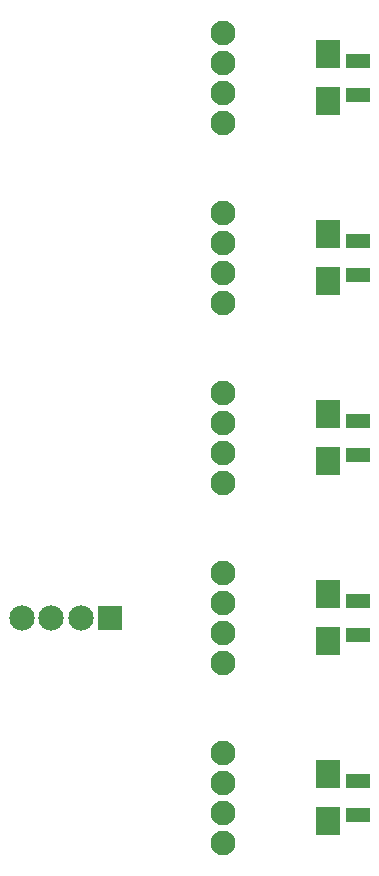
<source format=gbr>
G04 #@! TF.GenerationSoftware,KiCad,Pcbnew,(5.0.0-rc2-dev-632-g76d3b6f04)*
G04 #@! TF.CreationDate,2018-11-25T05:17:50+09:00*
G04 #@! TF.ProjectId,I2C_color_sensor_v1,4932435F636F6C6F725F73656E736F72,rev?*
G04 #@! TF.SameCoordinates,Original*
G04 #@! TF.FileFunction,Soldermask,Bot*
G04 #@! TF.FilePolarity,Negative*
%FSLAX46Y46*%
G04 Gerber Fmt 4.6, Leading zero omitted, Abs format (unit mm)*
G04 Created by KiCad (PCBNEW (5.0.0-rc2-dev-632-g76d3b6f04)) date 11/25/18 05:17:50*
%MOMM*%
%LPD*%
G01*
G04 APERTURE LIST*
%ADD10C,2.100000*%
%ADD11C,2.150000*%
%ADD12R,2.150000X2.150000*%
%ADD13R,2.100000X2.400000*%
%ADD14R,2.100000X1.300000*%
G04 APERTURE END LIST*
D10*
X150400000Y-97330000D03*
X150400000Y-99870000D03*
X150400000Y-102410000D03*
X150400000Y-104950000D03*
D11*
X133375000Y-116380000D03*
X135875000Y-116380000D03*
X138375000Y-116380000D03*
D12*
X140875000Y-116380000D03*
D13*
X159290000Y-72660000D03*
X159290000Y-68660000D03*
X159290000Y-83900000D03*
X159290000Y-87900000D03*
X159290000Y-118380000D03*
X159290000Y-114380000D03*
X159290000Y-99140000D03*
X159290000Y-103140000D03*
X159290000Y-133620000D03*
X159290000Y-129620000D03*
D10*
X150400000Y-66850000D03*
X150400000Y-69390000D03*
X150400000Y-71930000D03*
X150400000Y-74470000D03*
X150400000Y-89710000D03*
X150400000Y-87170000D03*
X150400000Y-84630000D03*
X150400000Y-82090000D03*
X150400000Y-120190000D03*
X150400000Y-117650000D03*
X150400000Y-115110000D03*
X150400000Y-112570000D03*
X150400000Y-127810000D03*
X150400000Y-130350000D03*
X150400000Y-132890000D03*
X150400000Y-135430000D03*
D14*
X161830000Y-69210000D03*
X161830000Y-72110000D03*
X161830000Y-87350000D03*
X161830000Y-84450000D03*
X161830000Y-114930000D03*
X161830000Y-117830000D03*
X161830000Y-102590000D03*
X161830000Y-99690000D03*
X161830000Y-130170000D03*
X161830000Y-133070000D03*
M02*

</source>
